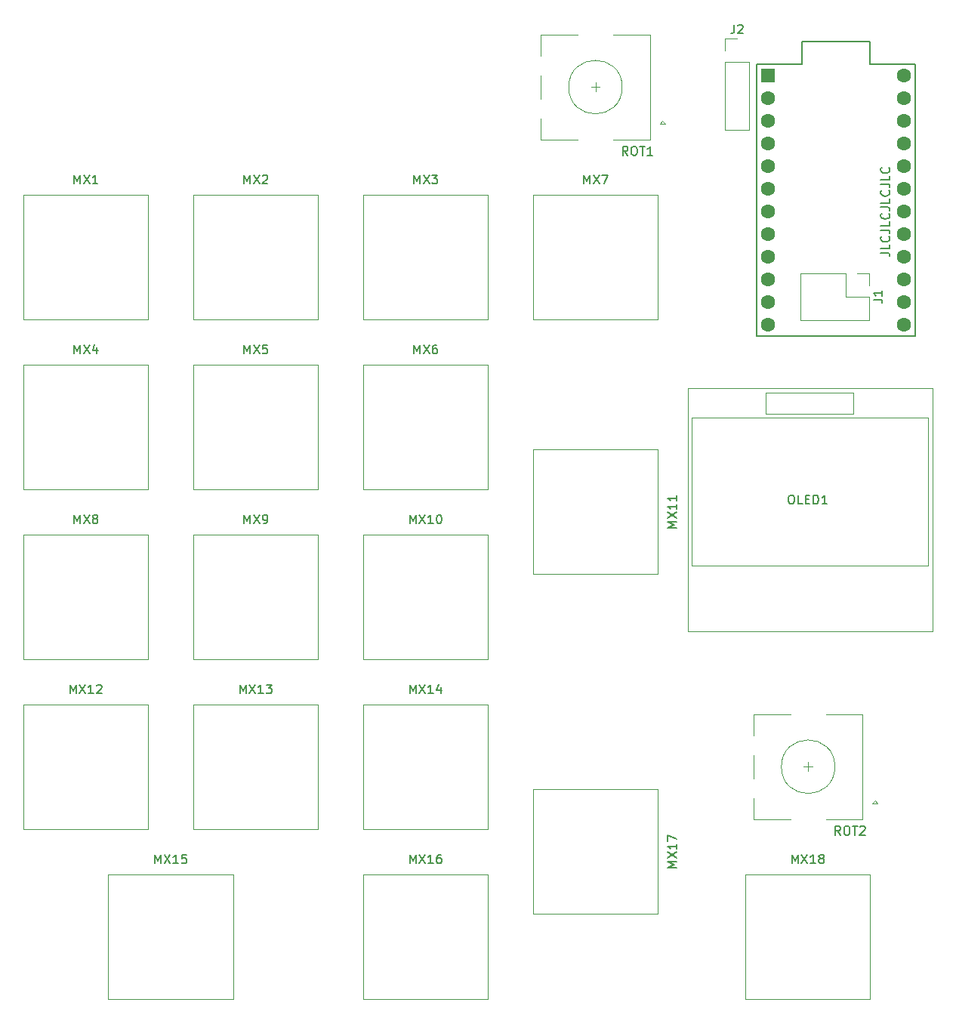
<source format=gbr>
%TF.GenerationSoftware,KiCad,Pcbnew,(6.0.0)*%
%TF.CreationDate,2022-02-13T19:49:30-05:00*%
%TF.ProjectId,numpad,6e756d70-6164-42e6-9b69-6361645f7063,rev?*%
%TF.SameCoordinates,Original*%
%TF.FileFunction,Legend,Top*%
%TF.FilePolarity,Positive*%
%FSLAX46Y46*%
G04 Gerber Fmt 4.6, Leading zero omitted, Abs format (unit mm)*
G04 Created by KiCad (PCBNEW (6.0.0)) date 2022-02-13 19:49:30*
%MOMM*%
%LPD*%
G01*
G04 APERTURE LIST*
%ADD10C,0.150000*%
%ADD11C,0.120000*%
%ADD12R,1.600000X1.600000*%
%ADD13C,1.600000*%
G04 APERTURE END LIST*
D10*
X178045780Y-88435954D02*
X178760066Y-88435954D01*
X178902923Y-88483573D01*
X178998161Y-88578811D01*
X179045780Y-88721669D01*
X179045780Y-88816907D01*
X179045780Y-87483573D02*
X179045780Y-87959764D01*
X178045780Y-87959764D01*
X178950542Y-86578811D02*
X178998161Y-86626430D01*
X179045780Y-86769288D01*
X179045780Y-86864526D01*
X178998161Y-87007383D01*
X178902923Y-87102621D01*
X178807685Y-87150240D01*
X178617209Y-87197859D01*
X178474352Y-87197859D01*
X178283876Y-87150240D01*
X178188638Y-87102621D01*
X178093400Y-87007383D01*
X178045780Y-86864526D01*
X178045780Y-86769288D01*
X178093400Y-86626430D01*
X178141019Y-86578811D01*
X178045780Y-85864526D02*
X178760066Y-85864526D01*
X178902923Y-85912145D01*
X178998161Y-86007383D01*
X179045780Y-86150240D01*
X179045780Y-86245478D01*
X179045780Y-84912145D02*
X179045780Y-85388335D01*
X178045780Y-85388335D01*
X178950542Y-84007383D02*
X178998161Y-84055002D01*
X179045780Y-84197859D01*
X179045780Y-84293097D01*
X178998161Y-84435954D01*
X178902923Y-84531192D01*
X178807685Y-84578811D01*
X178617209Y-84626430D01*
X178474352Y-84626430D01*
X178283876Y-84578811D01*
X178188638Y-84531192D01*
X178093400Y-84435954D01*
X178045780Y-84293097D01*
X178045780Y-84197859D01*
X178093400Y-84055002D01*
X178141019Y-84007383D01*
X178045780Y-83293097D02*
X178760066Y-83293097D01*
X178902923Y-83340716D01*
X178998161Y-83435954D01*
X179045780Y-83578811D01*
X179045780Y-83674050D01*
X179045780Y-82340716D02*
X179045780Y-82816907D01*
X178045780Y-82816907D01*
X178950542Y-81435954D02*
X178998161Y-81483573D01*
X179045780Y-81626430D01*
X179045780Y-81721669D01*
X178998161Y-81864526D01*
X178902923Y-81959764D01*
X178807685Y-82007383D01*
X178617209Y-82055002D01*
X178474352Y-82055002D01*
X178283876Y-82007383D01*
X178188638Y-81959764D01*
X178093400Y-81864526D01*
X178045780Y-81721669D01*
X178045780Y-81626430D01*
X178093400Y-81483573D01*
X178141019Y-81435954D01*
X178045780Y-80721669D02*
X178760066Y-80721669D01*
X178902923Y-80769288D01*
X178998161Y-80864526D01*
X179045780Y-81007383D01*
X179045780Y-81102621D01*
X179045780Y-79769288D02*
X179045780Y-80245478D01*
X178045780Y-80245478D01*
X178950542Y-78864526D02*
X178998161Y-78912145D01*
X179045780Y-79055002D01*
X179045780Y-79150240D01*
X178998161Y-79293097D01*
X178902923Y-79388335D01*
X178807685Y-79435954D01*
X178617209Y-79483573D01*
X178474352Y-79483573D01*
X178283876Y-79435954D01*
X178188638Y-79388335D01*
X178093400Y-79293097D01*
X178045780Y-79150240D01*
X178045780Y-79055002D01*
X178093400Y-78912145D01*
X178141019Y-78864526D01*
%TO.C,J1*%
X177200980Y-93672770D02*
X177915266Y-93672770D01*
X178058123Y-93720389D01*
X178153361Y-93815627D01*
X178200980Y-93958484D01*
X178200980Y-94053722D01*
X178200980Y-92672770D02*
X178200980Y-93244198D01*
X178200980Y-92958484D02*
X177200980Y-92958484D01*
X177343838Y-93053722D01*
X177439076Y-93148960D01*
X177486695Y-93244198D01*
%TO.C,OLED1*%
X167923228Y-115586580D02*
X168113704Y-115586580D01*
X168208942Y-115634200D01*
X168304180Y-115729438D01*
X168351800Y-115919914D01*
X168351800Y-116253247D01*
X168304180Y-116443723D01*
X168208942Y-116538961D01*
X168113704Y-116586580D01*
X167923228Y-116586580D01*
X167827990Y-116538961D01*
X167732752Y-116443723D01*
X167685133Y-116253247D01*
X167685133Y-115919914D01*
X167732752Y-115729438D01*
X167827990Y-115634200D01*
X167923228Y-115586580D01*
X169256561Y-116586580D02*
X168780371Y-116586580D01*
X168780371Y-115586580D01*
X169589895Y-116062771D02*
X169923228Y-116062771D01*
X170066085Y-116586580D02*
X169589895Y-116586580D01*
X169589895Y-115586580D01*
X170066085Y-115586580D01*
X170494657Y-116586580D02*
X170494657Y-115586580D01*
X170732752Y-115586580D01*
X170875609Y-115634200D01*
X170970847Y-115729438D01*
X171018466Y-115824676D01*
X171066085Y-116015152D01*
X171066085Y-116158009D01*
X171018466Y-116348485D01*
X170970847Y-116443723D01*
X170875609Y-116538961D01*
X170732752Y-116586580D01*
X170494657Y-116586580D01*
X172018466Y-116586580D02*
X171447038Y-116586580D01*
X171732752Y-116586580D02*
X171732752Y-115586580D01*
X171637514Y-115729438D01*
X171542276Y-115824676D01*
X171447038Y-115872295D01*
%TO.C,ROT2*%
X173520521Y-153697430D02*
X173187188Y-153221240D01*
X172949092Y-153697430D02*
X172949092Y-152697430D01*
X173330045Y-152697430D01*
X173425283Y-152745050D01*
X173472902Y-152792669D01*
X173520521Y-152887907D01*
X173520521Y-153030764D01*
X173472902Y-153126002D01*
X173425283Y-153173621D01*
X173330045Y-153221240D01*
X172949092Y-153221240D01*
X174139569Y-152697430D02*
X174330045Y-152697430D01*
X174425283Y-152745050D01*
X174520521Y-152840288D01*
X174568140Y-153030764D01*
X174568140Y-153364097D01*
X174520521Y-153554573D01*
X174425283Y-153649811D01*
X174330045Y-153697430D01*
X174139569Y-153697430D01*
X174044330Y-153649811D01*
X173949092Y-153554573D01*
X173901473Y-153364097D01*
X173901473Y-153030764D01*
X173949092Y-152840288D01*
X174044330Y-152745050D01*
X174139569Y-152697430D01*
X174853854Y-152697430D02*
X175425283Y-152697430D01*
X175139569Y-153697430D02*
X175139569Y-152697430D01*
X175710997Y-152792669D02*
X175758616Y-152745050D01*
X175853854Y-152697430D01*
X176091950Y-152697430D01*
X176187188Y-152745050D01*
X176234807Y-152792669D01*
X176282426Y-152887907D01*
X176282426Y-152983145D01*
X176234807Y-153126002D01*
X175663378Y-153697430D01*
X176282426Y-153697430D01*
%TO.C,J2*%
X161591516Y-62844880D02*
X161591516Y-63559166D01*
X161543897Y-63702023D01*
X161448659Y-63797261D01*
X161305802Y-63844880D01*
X161210564Y-63844880D01*
X162020088Y-62940119D02*
X162067707Y-62892500D01*
X162162945Y-62844880D01*
X162401040Y-62844880D01*
X162496278Y-62892500D01*
X162543897Y-62940119D01*
X162591516Y-63035357D01*
X162591516Y-63130595D01*
X162543897Y-63273452D01*
X161972469Y-63844880D01*
X162591516Y-63844880D01*
%TO.C,MX1*%
X87609335Y-80684930D02*
X87609335Y-79684930D01*
X87942669Y-80399216D01*
X88276002Y-79684930D01*
X88276002Y-80684930D01*
X88656954Y-79684930D02*
X89323621Y-80684930D01*
X89323621Y-79684930D02*
X88656954Y-80684930D01*
X90228383Y-80684930D02*
X89656954Y-80684930D01*
X89942669Y-80684930D02*
X89942669Y-79684930D01*
X89847430Y-79827788D01*
X89752192Y-79923026D01*
X89656954Y-79970645D01*
%TO.C,MX12*%
X87133145Y-137834930D02*
X87133145Y-136834930D01*
X87466478Y-137549216D01*
X87799811Y-136834930D01*
X87799811Y-137834930D01*
X88180764Y-136834930D02*
X88847430Y-137834930D01*
X88847430Y-136834930D02*
X88180764Y-137834930D01*
X89752192Y-137834930D02*
X89180764Y-137834930D01*
X89466478Y-137834930D02*
X89466478Y-136834930D01*
X89371240Y-136977788D01*
X89276002Y-137073026D01*
X89180764Y-137120645D01*
X90133145Y-136930169D02*
X90180764Y-136882550D01*
X90276002Y-136834930D01*
X90514097Y-136834930D01*
X90609335Y-136882550D01*
X90656954Y-136930169D01*
X90704573Y-137025407D01*
X90704573Y-137120645D01*
X90656954Y-137263502D01*
X90085526Y-137834930D01*
X90704573Y-137834930D01*
%TO.C,MX16*%
X125233145Y-156884930D02*
X125233145Y-155884930D01*
X125566478Y-156599216D01*
X125899811Y-155884930D01*
X125899811Y-156884930D01*
X126280764Y-155884930D02*
X126947430Y-156884930D01*
X126947430Y-155884930D02*
X126280764Y-156884930D01*
X127852192Y-156884930D02*
X127280764Y-156884930D01*
X127566478Y-156884930D02*
X127566478Y-155884930D01*
X127471240Y-156027788D01*
X127376002Y-156123026D01*
X127280764Y-156170645D01*
X128709335Y-155884930D02*
X128518859Y-155884930D01*
X128423621Y-155932550D01*
X128376002Y-155980169D01*
X128280764Y-156123026D01*
X128233145Y-156313502D01*
X128233145Y-156694454D01*
X128280764Y-156789692D01*
X128328383Y-156837311D01*
X128423621Y-156884930D01*
X128614097Y-156884930D01*
X128709335Y-156837311D01*
X128756954Y-156789692D01*
X128804573Y-156694454D01*
X128804573Y-156456359D01*
X128756954Y-156361121D01*
X128709335Y-156313502D01*
X128614097Y-156265883D01*
X128423621Y-156265883D01*
X128328383Y-156313502D01*
X128280764Y-156361121D01*
X128233145Y-156456359D01*
%TO.C,MX7*%
X144759335Y-80684930D02*
X144759335Y-79684930D01*
X145092669Y-80399216D01*
X145426002Y-79684930D01*
X145426002Y-80684930D01*
X145806954Y-79684930D02*
X146473621Y-80684930D01*
X146473621Y-79684930D02*
X145806954Y-80684930D01*
X146759335Y-79684930D02*
X147426002Y-79684930D01*
X146997430Y-80684930D01*
%TO.C,MX2*%
X106659335Y-80684930D02*
X106659335Y-79684930D01*
X106992669Y-80399216D01*
X107326002Y-79684930D01*
X107326002Y-80684930D01*
X107706954Y-79684930D02*
X108373621Y-80684930D01*
X108373621Y-79684930D02*
X107706954Y-80684930D01*
X108706954Y-79780169D02*
X108754573Y-79732550D01*
X108849811Y-79684930D01*
X109087907Y-79684930D01*
X109183145Y-79732550D01*
X109230764Y-79780169D01*
X109278383Y-79875407D01*
X109278383Y-79970645D01*
X109230764Y-80113502D01*
X108659335Y-80684930D01*
X109278383Y-80684930D01*
%TO.C,MX18*%
X168095645Y-156884930D02*
X168095645Y-155884930D01*
X168428978Y-156599216D01*
X168762311Y-155884930D01*
X168762311Y-156884930D01*
X169143264Y-155884930D02*
X169809930Y-156884930D01*
X169809930Y-155884930D02*
X169143264Y-156884930D01*
X170714692Y-156884930D02*
X170143264Y-156884930D01*
X170428978Y-156884930D02*
X170428978Y-155884930D01*
X170333740Y-156027788D01*
X170238502Y-156123026D01*
X170143264Y-156170645D01*
X171286121Y-156313502D02*
X171190883Y-156265883D01*
X171143264Y-156218264D01*
X171095645Y-156123026D01*
X171095645Y-156075407D01*
X171143264Y-155980169D01*
X171190883Y-155932550D01*
X171286121Y-155884930D01*
X171476597Y-155884930D01*
X171571835Y-155932550D01*
X171619454Y-155980169D01*
X171667073Y-156075407D01*
X171667073Y-156123026D01*
X171619454Y-156218264D01*
X171571835Y-156265883D01*
X171476597Y-156313502D01*
X171286121Y-156313502D01*
X171190883Y-156361121D01*
X171143264Y-156408740D01*
X171095645Y-156503978D01*
X171095645Y-156694454D01*
X171143264Y-156789692D01*
X171190883Y-156837311D01*
X171286121Y-156884930D01*
X171476597Y-156884930D01*
X171571835Y-156837311D01*
X171619454Y-156789692D01*
X171667073Y-156694454D01*
X171667073Y-156503978D01*
X171619454Y-156408740D01*
X171571835Y-156361121D01*
X171476597Y-156313502D01*
%TO.C,MX15*%
X96658145Y-156884930D02*
X96658145Y-155884930D01*
X96991478Y-156599216D01*
X97324811Y-155884930D01*
X97324811Y-156884930D01*
X97705764Y-155884930D02*
X98372430Y-156884930D01*
X98372430Y-155884930D02*
X97705764Y-156884930D01*
X99277192Y-156884930D02*
X98705764Y-156884930D01*
X98991478Y-156884930D02*
X98991478Y-155884930D01*
X98896240Y-156027788D01*
X98801002Y-156123026D01*
X98705764Y-156170645D01*
X100181954Y-155884930D02*
X99705764Y-155884930D01*
X99658145Y-156361121D01*
X99705764Y-156313502D01*
X99801002Y-156265883D01*
X100039097Y-156265883D01*
X100134335Y-156313502D01*
X100181954Y-156361121D01*
X100229573Y-156456359D01*
X100229573Y-156694454D01*
X100181954Y-156789692D01*
X100134335Y-156837311D01*
X100039097Y-156884930D01*
X99801002Y-156884930D01*
X99705764Y-156837311D01*
X99658145Y-156789692D01*
%TO.C,MX17*%
X155159930Y-157331954D02*
X154159930Y-157331954D01*
X154874216Y-156998621D01*
X154159930Y-156665288D01*
X155159930Y-156665288D01*
X154159930Y-156284335D02*
X155159930Y-155617669D01*
X154159930Y-155617669D02*
X155159930Y-156284335D01*
X155159930Y-154712907D02*
X155159930Y-155284335D01*
X155159930Y-154998621D02*
X154159930Y-154998621D01*
X154302788Y-155093859D01*
X154398026Y-155189097D01*
X154445645Y-155284335D01*
X154159930Y-154379573D02*
X154159930Y-153712907D01*
X155159930Y-154141478D01*
%TO.C,ROT1*%
X149673621Y-77497430D02*
X149340288Y-77021240D01*
X149102192Y-77497430D02*
X149102192Y-76497430D01*
X149483145Y-76497430D01*
X149578383Y-76545050D01*
X149626002Y-76592669D01*
X149673621Y-76687907D01*
X149673621Y-76830764D01*
X149626002Y-76926002D01*
X149578383Y-76973621D01*
X149483145Y-77021240D01*
X149102192Y-77021240D01*
X150292669Y-76497430D02*
X150483145Y-76497430D01*
X150578383Y-76545050D01*
X150673621Y-76640288D01*
X150721240Y-76830764D01*
X150721240Y-77164097D01*
X150673621Y-77354573D01*
X150578383Y-77449811D01*
X150483145Y-77497430D01*
X150292669Y-77497430D01*
X150197430Y-77449811D01*
X150102192Y-77354573D01*
X150054573Y-77164097D01*
X150054573Y-76830764D01*
X150102192Y-76640288D01*
X150197430Y-76545050D01*
X150292669Y-76497430D01*
X151006954Y-76497430D02*
X151578383Y-76497430D01*
X151292669Y-77497430D02*
X151292669Y-76497430D01*
X152435526Y-77497430D02*
X151864097Y-77497430D01*
X152149811Y-77497430D02*
X152149811Y-76497430D01*
X152054573Y-76640288D01*
X151959335Y-76735526D01*
X151864097Y-76783145D01*
%TO.C,MX3*%
X125709335Y-80684930D02*
X125709335Y-79684930D01*
X126042669Y-80399216D01*
X126376002Y-79684930D01*
X126376002Y-80684930D01*
X126756954Y-79684930D02*
X127423621Y-80684930D01*
X127423621Y-79684930D02*
X126756954Y-80684930D01*
X127709335Y-79684930D02*
X128328383Y-79684930D01*
X127995050Y-80065883D01*
X128137907Y-80065883D01*
X128233145Y-80113502D01*
X128280764Y-80161121D01*
X128328383Y-80256359D01*
X128328383Y-80494454D01*
X128280764Y-80589692D01*
X128233145Y-80637311D01*
X128137907Y-80684930D01*
X127852192Y-80684930D01*
X127756954Y-80637311D01*
X127709335Y-80589692D01*
%TO.C,MX6*%
X125709335Y-99734930D02*
X125709335Y-98734930D01*
X126042669Y-99449216D01*
X126376002Y-98734930D01*
X126376002Y-99734930D01*
X126756954Y-98734930D02*
X127423621Y-99734930D01*
X127423621Y-98734930D02*
X126756954Y-99734930D01*
X128233145Y-98734930D02*
X128042669Y-98734930D01*
X127947430Y-98782550D01*
X127899811Y-98830169D01*
X127804573Y-98973026D01*
X127756954Y-99163502D01*
X127756954Y-99544454D01*
X127804573Y-99639692D01*
X127852192Y-99687311D01*
X127947430Y-99734930D01*
X128137907Y-99734930D01*
X128233145Y-99687311D01*
X128280764Y-99639692D01*
X128328383Y-99544454D01*
X128328383Y-99306359D01*
X128280764Y-99211121D01*
X128233145Y-99163502D01*
X128137907Y-99115883D01*
X127947430Y-99115883D01*
X127852192Y-99163502D01*
X127804573Y-99211121D01*
X127756954Y-99306359D01*
%TO.C,MX13*%
X106183145Y-137834930D02*
X106183145Y-136834930D01*
X106516478Y-137549216D01*
X106849811Y-136834930D01*
X106849811Y-137834930D01*
X107230764Y-136834930D02*
X107897430Y-137834930D01*
X107897430Y-136834930D02*
X107230764Y-137834930D01*
X108802192Y-137834930D02*
X108230764Y-137834930D01*
X108516478Y-137834930D02*
X108516478Y-136834930D01*
X108421240Y-136977788D01*
X108326002Y-137073026D01*
X108230764Y-137120645D01*
X109135526Y-136834930D02*
X109754573Y-136834930D01*
X109421240Y-137215883D01*
X109564097Y-137215883D01*
X109659335Y-137263502D01*
X109706954Y-137311121D01*
X109754573Y-137406359D01*
X109754573Y-137644454D01*
X109706954Y-137739692D01*
X109659335Y-137787311D01*
X109564097Y-137834930D01*
X109278383Y-137834930D01*
X109183145Y-137787311D01*
X109135526Y-137739692D01*
%TO.C,MX11*%
X155159930Y-119231954D02*
X154159930Y-119231954D01*
X154874216Y-118898621D01*
X154159930Y-118565288D01*
X155159930Y-118565288D01*
X154159930Y-118184335D02*
X155159930Y-117517669D01*
X154159930Y-117517669D02*
X155159930Y-118184335D01*
X155159930Y-116612907D02*
X155159930Y-117184335D01*
X155159930Y-116898621D02*
X154159930Y-116898621D01*
X154302788Y-116993859D01*
X154398026Y-117089097D01*
X154445645Y-117184335D01*
X155159930Y-115660526D02*
X155159930Y-116231954D01*
X155159930Y-115946240D02*
X154159930Y-115946240D01*
X154302788Y-116041478D01*
X154398026Y-116136716D01*
X154445645Y-116231954D01*
%TO.C,MX5*%
X106659335Y-99734930D02*
X106659335Y-98734930D01*
X106992669Y-99449216D01*
X107326002Y-98734930D01*
X107326002Y-99734930D01*
X107706954Y-98734930D02*
X108373621Y-99734930D01*
X108373621Y-98734930D02*
X107706954Y-99734930D01*
X109230764Y-98734930D02*
X108754573Y-98734930D01*
X108706954Y-99211121D01*
X108754573Y-99163502D01*
X108849811Y-99115883D01*
X109087907Y-99115883D01*
X109183145Y-99163502D01*
X109230764Y-99211121D01*
X109278383Y-99306359D01*
X109278383Y-99544454D01*
X109230764Y-99639692D01*
X109183145Y-99687311D01*
X109087907Y-99734930D01*
X108849811Y-99734930D01*
X108754573Y-99687311D01*
X108706954Y-99639692D01*
%TO.C,MX9*%
X106659335Y-118784930D02*
X106659335Y-117784930D01*
X106992669Y-118499216D01*
X107326002Y-117784930D01*
X107326002Y-118784930D01*
X107706954Y-117784930D02*
X108373621Y-118784930D01*
X108373621Y-117784930D02*
X107706954Y-118784930D01*
X108802192Y-118784930D02*
X108992669Y-118784930D01*
X109087907Y-118737311D01*
X109135526Y-118689692D01*
X109230764Y-118546835D01*
X109278383Y-118356359D01*
X109278383Y-117975407D01*
X109230764Y-117880169D01*
X109183145Y-117832550D01*
X109087907Y-117784930D01*
X108897430Y-117784930D01*
X108802192Y-117832550D01*
X108754573Y-117880169D01*
X108706954Y-117975407D01*
X108706954Y-118213502D01*
X108754573Y-118308740D01*
X108802192Y-118356359D01*
X108897430Y-118403978D01*
X109087907Y-118403978D01*
X109183145Y-118356359D01*
X109230764Y-118308740D01*
X109278383Y-118213502D01*
%TO.C,MX10*%
X125233145Y-118784930D02*
X125233145Y-117784930D01*
X125566478Y-118499216D01*
X125899811Y-117784930D01*
X125899811Y-118784930D01*
X126280764Y-117784930D02*
X126947430Y-118784930D01*
X126947430Y-117784930D02*
X126280764Y-118784930D01*
X127852192Y-118784930D02*
X127280764Y-118784930D01*
X127566478Y-118784930D02*
X127566478Y-117784930D01*
X127471240Y-117927788D01*
X127376002Y-118023026D01*
X127280764Y-118070645D01*
X128471240Y-117784930D02*
X128566478Y-117784930D01*
X128661716Y-117832550D01*
X128709335Y-117880169D01*
X128756954Y-117975407D01*
X128804573Y-118165883D01*
X128804573Y-118403978D01*
X128756954Y-118594454D01*
X128709335Y-118689692D01*
X128661716Y-118737311D01*
X128566478Y-118784930D01*
X128471240Y-118784930D01*
X128376002Y-118737311D01*
X128328383Y-118689692D01*
X128280764Y-118594454D01*
X128233145Y-118403978D01*
X128233145Y-118165883D01*
X128280764Y-117975407D01*
X128328383Y-117880169D01*
X128376002Y-117832550D01*
X128471240Y-117784930D01*
%TO.C,MX14*%
X125233145Y-137834930D02*
X125233145Y-136834930D01*
X125566478Y-137549216D01*
X125899811Y-136834930D01*
X125899811Y-137834930D01*
X126280764Y-136834930D02*
X126947430Y-137834930D01*
X126947430Y-136834930D02*
X126280764Y-137834930D01*
X127852192Y-137834930D02*
X127280764Y-137834930D01*
X127566478Y-137834930D02*
X127566478Y-136834930D01*
X127471240Y-136977788D01*
X127376002Y-137073026D01*
X127280764Y-137120645D01*
X128709335Y-137168264D02*
X128709335Y-137834930D01*
X128471240Y-136787311D02*
X128233145Y-137501597D01*
X128852192Y-137501597D01*
%TO.C,MX4*%
X87609335Y-99734930D02*
X87609335Y-98734930D01*
X87942669Y-99449216D01*
X88276002Y-98734930D01*
X88276002Y-99734930D01*
X88656954Y-98734930D02*
X89323621Y-99734930D01*
X89323621Y-98734930D02*
X88656954Y-99734930D01*
X90133145Y-99068264D02*
X90133145Y-99734930D01*
X89895050Y-98687311D02*
X89656954Y-99401597D01*
X90276002Y-99401597D01*
%TO.C,MX8*%
X87609335Y-118784930D02*
X87609335Y-117784930D01*
X87942669Y-118499216D01*
X88276002Y-117784930D01*
X88276002Y-118784930D01*
X88656954Y-117784930D02*
X89323621Y-118784930D01*
X89323621Y-117784930D02*
X88656954Y-118784930D01*
X89847430Y-118213502D02*
X89752192Y-118165883D01*
X89704573Y-118118264D01*
X89656954Y-118023026D01*
X89656954Y-117975407D01*
X89704573Y-117880169D01*
X89752192Y-117832550D01*
X89847430Y-117784930D01*
X90037907Y-117784930D01*
X90133145Y-117832550D01*
X90180764Y-117880169D01*
X90228383Y-117975407D01*
X90228383Y-118023026D01*
X90180764Y-118118264D01*
X90133145Y-118165883D01*
X90037907Y-118213502D01*
X89847430Y-118213502D01*
X89752192Y-118261121D01*
X89704573Y-118308740D01*
X89656954Y-118403978D01*
X89656954Y-118594454D01*
X89704573Y-118689692D01*
X89752192Y-118737311D01*
X89847430Y-118784930D01*
X90037907Y-118784930D01*
X90133145Y-118737311D01*
X90180764Y-118689692D01*
X90228383Y-118594454D01*
X90228383Y-118403978D01*
X90180764Y-118308740D01*
X90133145Y-118261121D01*
X90037907Y-118213502D01*
D11*
%TO.C,J1*%
X176748600Y-95939437D02*
X169008600Y-95939437D01*
X175418600Y-90739437D02*
X176748600Y-90739437D01*
X176748600Y-90739437D02*
X176748600Y-92069437D01*
X176748600Y-93339437D02*
X176748600Y-95939437D01*
X174148600Y-93339437D02*
X176748600Y-93339437D01*
X169008600Y-90739437D02*
X169008600Y-95939437D01*
X174148600Y-90739437D02*
X169008600Y-90739437D01*
X174148600Y-90739437D02*
X174148600Y-93339437D01*
%TO.C,OLED1*%
X179973800Y-123475200D02*
X156873800Y-123475200D01*
X156451800Y-103580200D02*
X183851800Y-103580200D01*
X179973800Y-106875200D02*
X183059800Y-106875200D01*
X165152800Y-104069200D02*
X165152800Y-106482200D01*
X156451800Y-130880200D02*
X156451800Y-103580200D01*
X165152800Y-104069200D02*
X174931800Y-104069200D01*
X174931800Y-106482200D02*
X165152800Y-106482200D01*
X156873800Y-123475200D02*
X156873800Y-106875200D01*
X183851800Y-103580200D02*
X183851800Y-130880200D01*
X156873800Y-106875200D02*
X179973800Y-106875200D01*
X179973800Y-123475200D02*
X183313800Y-123500200D01*
X174931800Y-104069200D02*
X174931800Y-106482200D01*
X183313800Y-123500200D02*
X183313800Y-106863200D01*
X183851800Y-130880200D02*
X156451800Y-130880200D01*
X183313800Y-106863200D02*
X183059800Y-106875200D01*
%TO.C,ROT2*%
X167891950Y-151945050D02*
X163791950Y-151945050D01*
X163791950Y-142545050D02*
X163791950Y-140145050D01*
X175991950Y-151945050D02*
X175991950Y-140145050D01*
X177091950Y-150145050D02*
X177391950Y-149845050D01*
X170391950Y-146045050D02*
X169391950Y-146045050D01*
X171891950Y-140145050D02*
X175991950Y-140145050D01*
X163791950Y-151945050D02*
X163791950Y-149545050D01*
X163791950Y-147345050D02*
X163791950Y-144745050D01*
X163791950Y-140145050D02*
X167891950Y-140145050D01*
X169891950Y-146545050D02*
X169891950Y-145545050D01*
X177691950Y-150145050D02*
X177091950Y-150145050D01*
X171891950Y-151945050D02*
X175991950Y-151945050D01*
X177391950Y-149845050D02*
X177691950Y-150145050D01*
X172891950Y-146045050D02*
G75*
G03*
X172891950Y-146045050I-3000000J0D01*
G01*
%TO.C,J2*%
X160594850Y-74672500D02*
X163254850Y-74672500D01*
X160594850Y-65722500D02*
X160594850Y-64392500D01*
X163254850Y-66992500D02*
X163254850Y-74672500D01*
X160594850Y-66992500D02*
X160594850Y-74672500D01*
X160594850Y-66992500D02*
X163254850Y-66992500D01*
X160594850Y-64392500D02*
X161924850Y-64392500D01*
D10*
%TO.C,U1*%
X176847500Y-67305050D02*
X181927500Y-67305050D01*
X169227500Y-64765050D02*
X176847500Y-64765050D01*
X176847500Y-64765050D02*
X176847500Y-67305050D01*
X181927500Y-67305050D02*
X181927500Y-97785050D01*
X169227500Y-67305050D02*
X169227500Y-64765050D01*
X164147500Y-67305050D02*
X164147500Y-97785050D01*
X181927500Y-97785050D02*
X164147500Y-97785050D01*
X164147500Y-67305050D02*
X169227500Y-67305050D01*
D11*
%TO.C,MX1*%
X81895050Y-81895050D02*
X81895050Y-95895050D01*
X95895050Y-95895050D02*
X81895050Y-95895050D01*
X81895050Y-81895050D02*
X95895050Y-81895050D01*
X95895050Y-81895050D02*
X95895050Y-95895050D01*
%TO.C,MX12*%
X95895050Y-153045050D02*
X81895050Y-153045050D01*
X81895050Y-139045050D02*
X81895050Y-153045050D01*
X95895050Y-139045050D02*
X95895050Y-153045050D01*
X81895050Y-139045050D02*
X95895050Y-139045050D01*
%TO.C,MX16*%
X119995050Y-158095050D02*
X119995050Y-172095050D01*
X133995050Y-158095050D02*
X133995050Y-172095050D01*
X119995050Y-158095050D02*
X133995050Y-158095050D01*
X133995050Y-172095050D02*
X119995050Y-172095050D01*
%TO.C,MX7*%
X139045050Y-81895050D02*
X153045050Y-81895050D01*
X153045050Y-81895050D02*
X153045050Y-95895050D01*
X139045050Y-81895050D02*
X139045050Y-95895050D01*
X153045050Y-95895050D02*
X139045050Y-95895050D01*
%TO.C,MX2*%
X100945050Y-81895050D02*
X114945050Y-81895050D01*
X100945050Y-81895050D02*
X100945050Y-95895050D01*
X114945050Y-81895050D02*
X114945050Y-95895050D01*
X114945050Y-95895050D02*
X100945050Y-95895050D01*
%TO.C,MX18*%
X176857550Y-158095050D02*
X176857550Y-172095050D01*
X162857550Y-158095050D02*
X162857550Y-172095050D01*
X162857550Y-158095050D02*
X176857550Y-158095050D01*
X176857550Y-172095050D02*
X162857550Y-172095050D01*
%TO.C,MX15*%
X91420050Y-158095050D02*
X105420050Y-158095050D01*
X105420050Y-172095050D02*
X91420050Y-172095050D01*
X105420050Y-158095050D02*
X105420050Y-172095050D01*
X91420050Y-158095050D02*
X91420050Y-172095050D01*
%TO.C,MX17*%
X153045050Y-162570050D02*
X139045050Y-162570050D01*
X153045050Y-148570050D02*
X153045050Y-162570050D01*
X153045050Y-148570050D02*
X139045050Y-148570050D01*
X139045050Y-162570050D02*
X139045050Y-148570050D01*
%TO.C,ROT1*%
X153245050Y-73945050D02*
X153545050Y-73645050D01*
X144045050Y-75745050D02*
X139945050Y-75745050D01*
X152145050Y-75745050D02*
X152145050Y-63945050D01*
X153545050Y-73645050D02*
X153845050Y-73945050D01*
X139945050Y-71145050D02*
X139945050Y-68545050D01*
X139945050Y-66345050D02*
X139945050Y-63945050D01*
X148045050Y-75745050D02*
X152145050Y-75745050D01*
X148045050Y-63945050D02*
X152145050Y-63945050D01*
X153845050Y-73945050D02*
X153245050Y-73945050D01*
X146045050Y-70345050D02*
X146045050Y-69345050D01*
X139945050Y-75745050D02*
X139945050Y-73345050D01*
X146545050Y-69845050D02*
X145545050Y-69845050D01*
X139945050Y-63945050D02*
X144045050Y-63945050D01*
X149045050Y-69845050D02*
G75*
G03*
X149045050Y-69845050I-3000000J0D01*
G01*
%TO.C,MX3*%
X119995050Y-81895050D02*
X133995050Y-81895050D01*
X133995050Y-81895050D02*
X133995050Y-95895050D01*
X133995050Y-95895050D02*
X119995050Y-95895050D01*
X119995050Y-81895050D02*
X119995050Y-95895050D01*
%TO.C,MX6*%
X133995050Y-114945050D02*
X119995050Y-114945050D01*
X133995050Y-100945050D02*
X133995050Y-114945050D01*
X119995050Y-100945050D02*
X133995050Y-100945050D01*
X119995050Y-100945050D02*
X119995050Y-114945050D01*
%TO.C,MX13*%
X100945050Y-139045050D02*
X114945050Y-139045050D01*
X114945050Y-139045050D02*
X114945050Y-153045050D01*
X100945050Y-139045050D02*
X100945050Y-153045050D01*
X114945050Y-153045050D02*
X100945050Y-153045050D01*
%TO.C,MX11*%
X153045050Y-110470050D02*
X153045050Y-124470050D01*
X153045050Y-124470050D02*
X139045050Y-124470050D01*
X139045050Y-124470050D02*
X139045050Y-110470050D01*
X153045050Y-110470050D02*
X139045050Y-110470050D01*
%TO.C,MX5*%
X114945050Y-100945050D02*
X114945050Y-114945050D01*
X100945050Y-100945050D02*
X100945050Y-114945050D01*
X100945050Y-100945050D02*
X114945050Y-100945050D01*
X114945050Y-114945050D02*
X100945050Y-114945050D01*
%TO.C,MX9*%
X114945050Y-133995050D02*
X100945050Y-133995050D01*
X100945050Y-119995050D02*
X100945050Y-133995050D01*
X114945050Y-119995050D02*
X114945050Y-133995050D01*
X100945050Y-119995050D02*
X114945050Y-119995050D01*
%TO.C,MX10*%
X133995050Y-133995050D02*
X119995050Y-133995050D01*
X133995050Y-119995050D02*
X133995050Y-133995050D01*
X119995050Y-119995050D02*
X133995050Y-119995050D01*
X119995050Y-119995050D02*
X119995050Y-133995050D01*
%TO.C,MX14*%
X133995050Y-153045050D02*
X119995050Y-153045050D01*
X119995050Y-139045050D02*
X119995050Y-153045050D01*
X133995050Y-139045050D02*
X133995050Y-153045050D01*
X119995050Y-139045050D02*
X133995050Y-139045050D01*
%TO.C,MX4*%
X95895050Y-100945050D02*
X95895050Y-114945050D01*
X81895050Y-100945050D02*
X81895050Y-114945050D01*
X95895050Y-114945050D02*
X81895050Y-114945050D01*
X81895050Y-100945050D02*
X95895050Y-100945050D01*
%TO.C,MX8*%
X95895050Y-119995050D02*
X95895050Y-133995050D01*
X81895050Y-119995050D02*
X81895050Y-133995050D01*
X95895050Y-133995050D02*
X81895050Y-133995050D01*
X81895050Y-119995050D02*
X95895050Y-119995050D01*
%TD*%
D12*
%TO.C,U1*%
X165417500Y-68575050D03*
D13*
X165417500Y-71115050D03*
X165417500Y-73655050D03*
X165417500Y-76195050D03*
X165417500Y-78735050D03*
X165417500Y-81275050D03*
X165417500Y-83815050D03*
X165417500Y-86355050D03*
X165417500Y-88895050D03*
X165417500Y-91435050D03*
X165417500Y-93975050D03*
X165417500Y-96515050D03*
X180657500Y-96515050D03*
X180657500Y-93975050D03*
X180657500Y-91435050D03*
X180657500Y-88895050D03*
X180657500Y-86355050D03*
X180657500Y-83815050D03*
X180657500Y-81275050D03*
X180657500Y-78735050D03*
X180657500Y-76195050D03*
X180657500Y-73655050D03*
X180657500Y-71115050D03*
X180657500Y-68575050D03*
%TD*%
M02*

</source>
